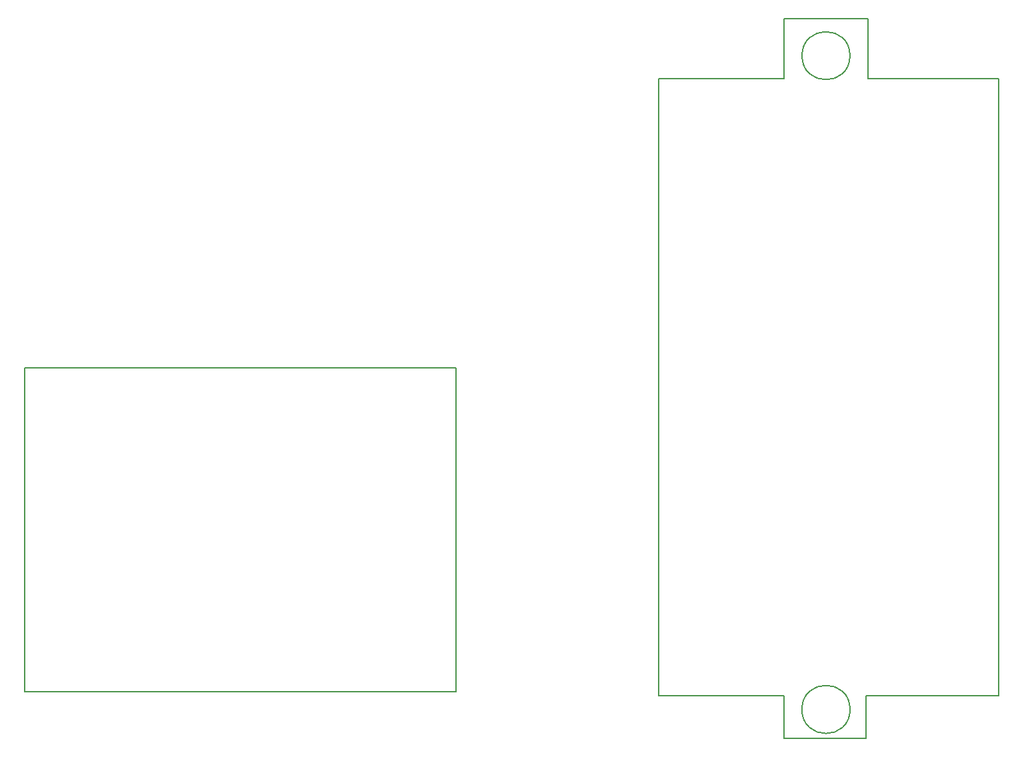
<source format=gbr>
G04 #@! TF.FileFunction,Profile,NP*
%FSLAX46Y46*%
G04 Gerber Fmt 4.6, Leading zero omitted, Abs format (unit mm)*
G04 Created by KiCad (PCBNEW 4.1.0-alpha+201609050731+7118~50~ubuntu16.04.1-product) date Wed Sep 21 17:23:23 2016*
%MOMM*%
%LPD*%
G01*
G04 APERTURE LIST*
%ADD10C,0.100000*%
%ADD11C,0.150000*%
G04 APERTURE END LIST*
D10*
D11*
X194818000Y-53340000D02*
X194818000Y-45720000D01*
X194818000Y-45720000D02*
X184150000Y-45720000D01*
X168275000Y-53340000D02*
X168275000Y-131699000D01*
X184150000Y-45720000D02*
X184150000Y-53340000D01*
X211455000Y-131699000D02*
X211455000Y-53340000D01*
X194564000Y-137160000D02*
X194564000Y-131699000D01*
X184150000Y-137160000D02*
X194564000Y-137160000D01*
X184150000Y-131699000D02*
X184150000Y-137160000D01*
X168275000Y-131699000D02*
X184150000Y-131699000D01*
X142494000Y-131191000D02*
X142494000Y-90043000D01*
X87757000Y-90038101D02*
X87757000Y-131191000D01*
X184150000Y-53340000D02*
X168275000Y-53340000D01*
X142494000Y-90043000D02*
X87757000Y-90043000D01*
X211455000Y-53340000D02*
X194818000Y-53340000D01*
X211455000Y-131699000D02*
X194564000Y-131699000D01*
X87757000Y-131191000D02*
X142494000Y-131191000D01*
X192542565Y-133477000D02*
G75*
G03X192542565Y-133477000I-3058565J0D01*
G01*
X192532000Y-50419000D02*
G75*
G03X192532000Y-50419000I-3048000J0D01*
G01*
M02*

</source>
